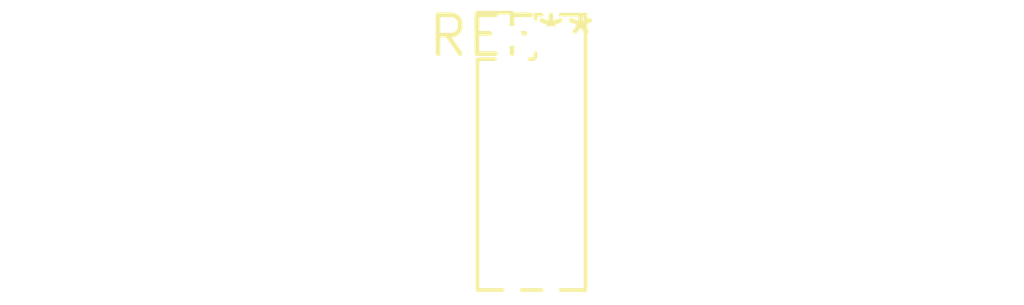
<source format=kicad_pcb>
(kicad_pcb (version 20240108) (generator pcbnew)
  (layers (0 "F.Cu" signal) (31 "B.Cu" signal) (34 "B.Paste" user) (35 "F.Paste" user) (36 "B.SilkS" user "B.Silkscreen") (37 "F.SilkS" user "F.Silkscreen") (38 "B.Mask" user) (39 "F.Mask" user) (44 "Edge.Cuts" user))
  (net 0 "")
  (footprint "PinHeader_2x07_P1.27mm_Vertical" (layer "F.Cu") (at 0 0)
    (property "Reference" "REF**")
    (property "Value" "PinHeader_2x07_P1.27mm_Vertical")
    (fp_line (start -1.13 -0.76) (end 0 -0.76) (layer "F.SilkS") (stroke (width 0.12)))
    (fp_line (start -1.13 0) (end -1.13 -0.76) (layer "F.SilkS") (stroke (width 0.12)))
    (fp_line (start -1.13 0.76) (end -1.13 8.315) (layer "F.SilkS") (stroke (width 0.12)))
    (fp_line (start -1.13 0.76) (end -0.563471 0.76) (layer "F.SilkS") (stroke (width 0.12)))
    (fp_line (start -1.13 8.315) (end -0.30753 8.315) (layer "F.SilkS") (stroke (width 0.12)))
    (fp_line (start 0.30753 8.315) (end 0.96247 8.315) (layer "F.SilkS") (stroke (width 0.12)))
    (fp_line (start 0.563471 0.76) (end 0.706529 0.76) (layer "F.SilkS") (stroke (width 0.12)))
    (fp_line (start 0.76 -0.695) (end 0.96247 -0.695) (layer "F.SilkS") (stroke (width 0.12)))
    (fp_line (start 0.76 -0.563471) (end 0.76 -0.695) (layer "F.SilkS") (stroke (width 0.12)))
    (fp_line (start 0.76 0.706529) (end 0.76 0.563471) (layer "F.SilkS") (stroke (width 0.12)))
    (fp_line (start 1.57753 -0.695) (end 2.4 -0.695) (layer "F.SilkS") (stroke (width 0.12)))
    (fp_line (start 1.57753 8.315) (end 2.4 8.315) (layer "F.SilkS") (stroke (width 0.12)))
    (fp_line (start 2.4 -0.695) (end 2.4 8.315) (layer "F.SilkS") (stroke (width 0.12)))
    (pad "1" thru_hole rect (at 0 0) (size 1 1) (drill 0.65) (layers *.Cu *.Mask) (remove_unused_layers))
    (pad "2" thru_hole oval (at 1.27 0) (size 1 1) (drill 0.65) (layers *.Cu *.Mask) (remove_unused_layers))
    (pad "3" thru_hole oval (at 0 1.27) (size 1 1) (drill 0.65) (layers *.Cu *.Mask) (remove_unused_layers))
    (pad "4" thru_hole oval (at 1.27 1.27) (size 1 1) (drill 0.65) (layers *.Cu *.Mask) (remove_unused_layers))
    (pad "5" thru_hole oval (at 0 2.54) (size 1 1) (drill 0.65) (layers *.Cu *.Mask) (remove_unused_layers))
    (pad "6" thru_hole oval (at 1.27 2.54) (size 1 1) (drill 0.65) (layers *.Cu *.Mask) (remove_unused_layers))
    (pad "7" thru_hole oval (at 0 3.81) (size 1 1) (drill 0.65) (layers *.Cu *.Mask) (remove_unused_layers))
    (pad "8" thru_hole oval (at 1.27 3.81) (size 1 1) (drill 0.65) (layers *.Cu *.Mask) (remove_unused_layers))
    (pad "9" thru_hole oval (at 0 5.08) (size 1 1) (drill 0.65) (layers *.Cu *.Mask) (remove_unused_layers))
    (pad "10" thru_hole oval (at 1.27 5.08) (size 1 1) (drill 0.65) (layers *.Cu *.Mask) (remove_unused_layers))
    (pad "11" thru_hole oval (at 0 6.35) (size 1 1) (drill 0.65) (layers *.Cu *.Mask) (remove_unused_layers))
    (pad "12" thru_hole oval (at 1.27 6.35) (size 1 1) (drill 0.65) (layers *.Cu *.Mask) (remove_unused_layers))
    (pad "13" thru_hole oval (at 0 7.62) (size 1 1) (drill 0.65) (layers *.Cu *.Mask) (remove_unused_layers))
    (pad "14" thru_hole oval (at 1.27 7.62) (size 1 1) (drill 0.65) (layers *.Cu *.Mask) (remove_unused_layers))
  )
)
</source>
